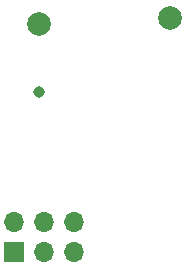
<source format=gbr>
%TF.GenerationSoftware,KiCad,Pcbnew,(6.0.1)*%
%TF.CreationDate,2022-02-08T09:51:35-07:00*%
%TF.ProjectId,NoteDetector,4e6f7465-4465-4746-9563-746f722e6b69,rev?*%
%TF.SameCoordinates,Original*%
%TF.FileFunction,Soldermask,Bot*%
%TF.FilePolarity,Negative*%
%FSLAX46Y46*%
G04 Gerber Fmt 4.6, Leading zero omitted, Abs format (unit mm)*
G04 Created by KiCad (PCBNEW (6.0.1)) date 2022-02-08 09:51:35*
%MOMM*%
%LPD*%
G01*
G04 APERTURE LIST*
%ADD10C,2.000000*%
%ADD11C,0.970000*%
%ADD12R,1.700000X1.700000*%
%ADD13O,1.700000X1.700000*%
G04 APERTURE END LIST*
D10*
%TO.C,J4*%
X3900000Y-3950000D03*
%TD*%
D11*
%TO.C,U1*%
X3925000Y-9700000D03*
%TD*%
D10*
%TO.C,J3*%
X15000000Y-3400000D03*
%TD*%
D12*
%TO.C,J1*%
X1825000Y-23200000D03*
D13*
X1825000Y-20660000D03*
X4365000Y-23200000D03*
X4365000Y-20660000D03*
X6905000Y-23200000D03*
X6905000Y-20660000D03*
%TD*%
M02*

</source>
